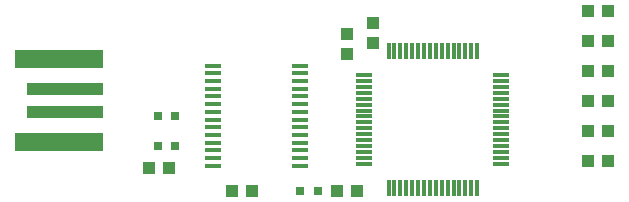
<source format=gtp>
G75*
G70*
%OFA0B0*%
%FSLAX24Y24*%
%IPPOS*%
%LPD*%
%AMOC8*
5,1,8,0,0,1.08239X$1,22.5*
%
%ADD10R,0.0394X0.0433*%
%ADD11R,0.0315X0.0315*%
%ADD12R,0.2953X0.0591*%
%ADD13R,0.2559X0.0394*%
%ADD14R,0.0550X0.0137*%
%ADD15R,0.0433X0.0394*%
%ADD16R,0.0118X0.0551*%
%ADD17R,0.0551X0.0118*%
D10*
X005023Y002103D03*
X005692Y002103D03*
X011273Y001353D03*
X011942Y001353D03*
X019648Y002353D03*
X020317Y002353D03*
X020317Y003353D03*
X019648Y003353D03*
X019648Y004353D03*
X020317Y004353D03*
X020317Y005353D03*
X019648Y005353D03*
X019648Y006353D03*
X020317Y006353D03*
X020317Y007353D03*
X019648Y007353D03*
X011607Y006563D03*
X011607Y005893D03*
D11*
X005903Y003853D03*
X005312Y003853D03*
X005312Y002853D03*
X005903Y002853D03*
X010062Y001353D03*
X010653Y001353D03*
D12*
X002029Y002975D03*
X002029Y005731D03*
D13*
X002226Y004747D03*
X002226Y003959D03*
D14*
X007168Y003981D03*
X007168Y004237D03*
X007168Y004493D03*
X007168Y004749D03*
X007168Y005004D03*
X007168Y005260D03*
X007168Y005516D03*
X010047Y005516D03*
X010047Y005260D03*
X010047Y005004D03*
X010047Y004749D03*
X010047Y004493D03*
X010047Y004237D03*
X010047Y003981D03*
X010047Y003725D03*
X010047Y003469D03*
X010047Y003213D03*
X010047Y002957D03*
X010047Y002701D03*
X010047Y002445D03*
X010047Y002190D03*
X007168Y002190D03*
X007168Y002445D03*
X007168Y002701D03*
X007168Y002957D03*
X007168Y003213D03*
X007168Y003469D03*
X007168Y003725D03*
D15*
X007773Y001353D03*
X008442Y001353D03*
X012482Y006268D03*
X012482Y006938D03*
D16*
X013006Y006011D03*
X013203Y006011D03*
X013400Y006011D03*
X013597Y006011D03*
X013793Y006011D03*
X013990Y006011D03*
X014187Y006011D03*
X014384Y006011D03*
X014581Y006011D03*
X014778Y006011D03*
X014975Y006011D03*
X015171Y006011D03*
X015368Y006011D03*
X015565Y006011D03*
X015762Y006011D03*
X015959Y006011D03*
X015959Y001444D03*
X015762Y001444D03*
X015565Y001444D03*
X015368Y001444D03*
X015171Y001444D03*
X014975Y001444D03*
X014778Y001444D03*
X014581Y001444D03*
X014384Y001444D03*
X014187Y001444D03*
X013990Y001444D03*
X013793Y001444D03*
X013597Y001444D03*
X013400Y001444D03*
X013203Y001444D03*
X013006Y001444D03*
D17*
X012199Y002252D03*
X012199Y002448D03*
X012199Y002645D03*
X012199Y002842D03*
X012199Y003039D03*
X012199Y003236D03*
X012199Y003433D03*
X012199Y003629D03*
X012199Y003826D03*
X012199Y004023D03*
X012199Y004220D03*
X012199Y004417D03*
X012199Y004614D03*
X012199Y004811D03*
X012199Y005007D03*
X012199Y005204D03*
X016766Y005204D03*
X016766Y005007D03*
X016766Y004811D03*
X016766Y004614D03*
X016766Y004417D03*
X016766Y004220D03*
X016766Y004023D03*
X016766Y003826D03*
X016766Y003629D03*
X016766Y003433D03*
X016766Y003236D03*
X016766Y003039D03*
X016766Y002842D03*
X016766Y002645D03*
X016766Y002448D03*
X016766Y002252D03*
M02*

</source>
